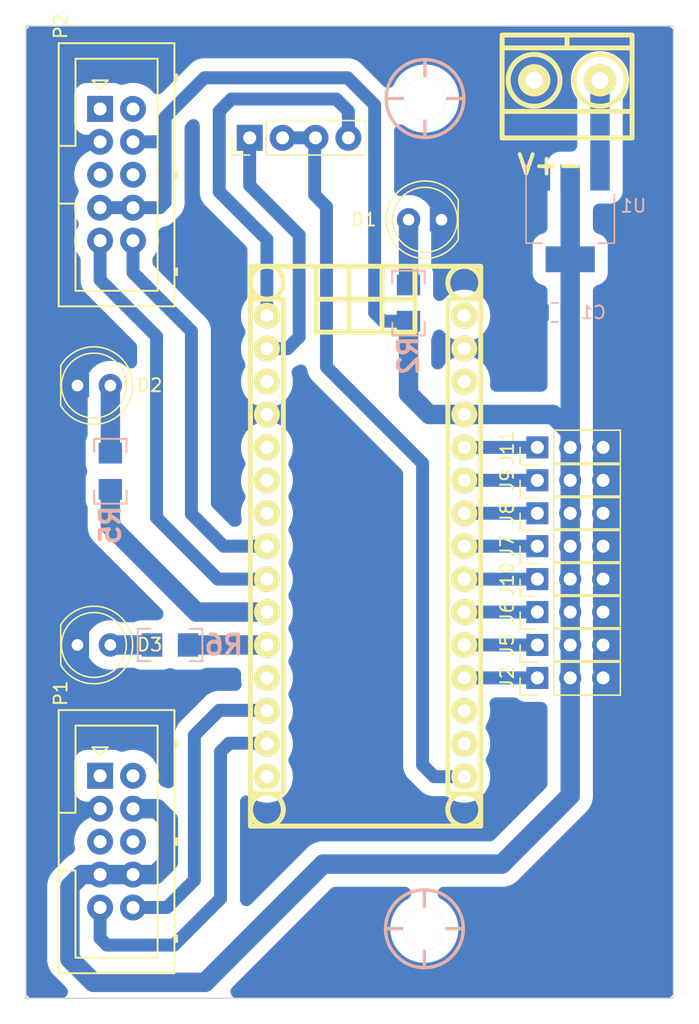
<source format=kicad_pcb>
(kicad_pcb (version 20221018) (generator pcbnew)
  (layers (0 "F.Cu" signal) (31 "B.Cu" signal) (34 "B.Paste" user) (35 "F.Paste" user) (36 "B.SilkS" user "B.Silkscreen") (37 "F.SilkS" user "F.Silkscreen") (38 "B.Mask" user) (39 "F.Mask" user) (44 "Edge.Cuts" user))
  (net 0 "")
  (net 1 "+5V")
  (net 2 "GND")
  (net 4 "Net-(D1-A)")
  (net 5 "Net-(D2-A)")
  (net 6 "Net-(D3-A)")
  (net 7 "/Rx")
  (net 8 "/Tx")
  (net 9 "VCC")
  (net 10 "/M1A")
  (net 11 "/M1B")
  (net 12 "/M2B")
  (net 13 "/M2A")
  (net 14 "/LED_2")
  (net 15 "/LED_1")
  (net 28 "/DERE")
  (net 32 "/1")
  (net 33 "/2")
  (net 34 "/3")
  (net 35 "/4")
  (net 36 "/5")
  (net 37 "/6")
  (net 38 "/7")
  (net 39 "/8")
  (footprint "LED_THT:LED_D5.0mm" (layer "F.Cu") (at 182.98 87.74)
    (fp_text reference "D2" (at 5.58 -0.02) (layer "F.SilkS"))
    (fp_text value "LED")
    (fp_line (start -1.29 -1.545) (end -1.29 1.545) (stroke (width 0.12)) (layer "F.SilkS"))
    (fp_arc (start -1.29 -1.54483) (mid 2.072002 -2.880433) (end 4.26 0.000462) (stroke (width 0.12)) (layer "F.SilkS"))
    (fp_arc (start 4.26 -0.000462) (mid 2.072002 2.880433) (end -1.29 1.54483) (stroke (width 0.12)) (layer "F.SilkS"))
    (fp_circle (center 1.27 0) (end 3.77 0) (stroke (width 0.12)) (fill none) (layer "F.SilkS"))
    (pad "1" thru_hole rect (at 0 0) (size 1.8 1.8) (drill 0.9) (layers "*.Cu" "*.Mask") (net 2 "GND"))
    (pad "2" thru_hole circle (at 2.54 0) (size 1.8 1.8) (drill 0.9) (layers "*.Cu" "*.Mask") (net 5 "Net-(D2-A)"))
  )
  (footprint "LED_THT:LED_D5.0mm" (layer "F.Cu") (at 182.98 107.75)
    (fp_text reference "D3" (at 5.58 -0.02) (layer "F.SilkS"))
    (fp_text value "LED")
    (fp_line (start -1.29 -1.545) (end -1.29 1.545) (stroke (width 0.12)) (layer "F.SilkS"))
    (fp_arc (start -1.29 -1.54483) (mid 2.072002 -2.880433) (end 4.26 0.000462) (stroke (width 0.12)) (layer "F.SilkS"))
    (fp_arc (start 4.26 -0.000462) (mid 2.072002 2.880433) (end -1.29 1.54483) (stroke (width 0.12)) (layer "F.SilkS"))
    (fp_circle (center 1.27 0) (end 3.77 0) (stroke (width 0.12)) (fill none) (layer "F.SilkS"))
    (pad "1" thru_hole rect (at 0 0) (size 1.8 1.8) (drill 0.9) (layers "*.Cu" "*.Mask") (net 2 "GND"))
    (pad "2" thru_hole circle (at 2.54 0) (size 1.8 1.8) (drill 0.9) (layers "*.Cu" "*.Mask") (net 6 "Net-(D3-A)"))
  )
  (footprint "Connector_PinHeader_2.54mm:PinHeader_1x03_P2.54mm_Vertical" (layer "F.Cu") (at 218.49 92.51 90)
    (fp_text reference "J11" (at 0 -2.33 90) (layer "F.SilkS"))
    (fp_text value "Conn")
    (fp_line (start -1.33 -1.33) (end 0 -1.33) (stroke (width 0.12)) (layer "F.SilkS"))
    (fp_line (start -1.33 0) (end -1.33 -1.33) (stroke (width 0.12)) (layer "F.SilkS"))
    (fp_line (start -1.33 1.27) (end -1.33 6.41) (stroke (width 0.12)) (layer "F.SilkS"))
    (fp_line (start -1.33 1.27) (end 1.33 1.27) (stroke (width 0.12)) (layer "F.SilkS"))
    (fp_line (start -1.33 6.41) (end 1.33 6.41) (stroke (width 0.12)) (layer "F.SilkS"))
    (fp_line (start 1.33 1.27) (end 1.33 6.41) (stroke (width 0.12)) (layer "F.SilkS"))
    (pad "1" thru_hole rect (at 0 0 90) (size 1.7 1.7) (drill 1) (layers "*.Cu" "*.Mask") (net 39 "/8"))
    (pad "2" thru_hole oval (at 0 2.54 90) (size 1.7 1.7) (drill 1) (layers "*.Cu" "*.Mask") (net 1 "+5V"))
    (pad "3" thru_hole oval (at 0 5.08 90) (size 1.7 1.7) (drill 1) (layers "*.Cu" "*.Mask") (net 2 "GND"))
  )
  (footprint "Connector_PinHeader_2.54mm:PinHeader_1x03_P2.54mm_Vertical" (layer "F.Cu") (at 218.49 95.05 90)
    (fp_text reference "J9" (at 0 -2.33 90) (layer "F.SilkS"))
    (fp_text value "Conn")
    (fp_line (start -1.33 -1.33) (end 0 -1.33) (stroke (width 0.12)) (layer "F.SilkS"))
    (fp_line (start -1.33 0) (end -1.33 -1.33) (stroke (width 0.12)) (layer "F.SilkS"))
    (fp_line (start -1.33 1.27) (end -1.33 6.41) (stroke (width 0.12)) (layer "F.SilkS"))
    (fp_line (start -1.33 1.27) (end 1.33 1.27) (stroke (width 0.12)) (layer "F.SilkS"))
    (fp_line (start -1.33 6.41) (end 1.33 6.41) (stroke (width 0.12)) (layer "F.SilkS"))
    (fp_line (start 1.33 1.27) (end 1.33 6.41) (stroke (width 0.12)) (layer "F.SilkS"))
    (pad "1" thru_hole rect (at 0 0 90) (size 1.7 1.7) (drill 1) (layers "*.Cu" "*.Mask") (net 38 "/7"))
    (pad "2" thru_hole oval (at 0 2.54 90) (size 1.7 1.7) (drill 1) (layers "*.Cu" "*.Mask") (net 1 "+5V"))
    (pad "3" thru_hole oval (at 0 5.08 90) (size 1.7 1.7) (drill 1) (layers "*.Cu" "*.Mask") (net 2 "GND"))
  )
  (footprint "Connector_PinHeader_2.54mm:PinHeader_1x03_P2.54mm_Vertical" (layer "F.Cu") (at 218.49 107.75 90)
    (fp_text reference "J5" (at 0 -2.33 90) (layer "F.SilkS"))
    (fp_text value "Conn")
    (fp_line (start -1.33 -1.33) (end 0 -1.33) (stroke (width 0.12)) (layer "F.SilkS"))
    (fp_line (start -1.33 0) (end -1.33 -1.33) (stroke (width 0.12)) (layer "F.SilkS"))
    (fp_line (start -1.33 1.27) (end -1.33 6.41) (stroke (width 0.12)) (layer "F.SilkS"))
    (fp_line (start -1.33 1.27) (end 1.33 1.27) (stroke (width 0.12)) (layer "F.SilkS"))
    (fp_line (start -1.33 6.41) (end 1.33 6.41) (stroke (width 0.12)) (layer "F.SilkS"))
    (fp_line (start 1.33 1.27) (end 1.33 6.41) (stroke (width 0.12)) (layer "F.SilkS"))
    (pad "1" thru_hole rect (at 0 0 90) (size 1.7 1.7) (drill 1) (layers "*.Cu" "*.Mask") (net 33 "/2"))
    (pad "2" thru_hole oval (at 0 2.54 90) (size 1.7 1.7) (drill 1) (layers "*.Cu" "*.Mask") (net 1 "+5V"))
    (pad "3" thru_hole oval (at 0 5.08 90) (size 1.7 1.7) (drill 1) (layers "*.Cu" "*.Mask") (net 2 "GND"))
  )
  (footprint "EESTN5-v2:Header_2x05x2.54mm_Vertical" (layer "F.Cu") (at 186 71.48 -90)
    (fp_text reference "P2" (at -11.44 4.315 -270) (layer "F.SilkS"))
    (fp_text value "HEADER_02X05")
    (fp_line (start -10.15 -4.47) (end 10.15 -4.47) (stroke (width 0.15)) (layer "F.SilkS"))
    (fp_line (start -10.15 4.47) (end -10.15 -4.47) (stroke (width 0.15)) (layer "F.SilkS"))
    (fp_line (start -8.95 -3.17) (end 8.95 -3.17) (stroke (width 0.15)) (layer "F.SilkS"))
    (fp_line (start -8.95 3.17) (end -8.95 -3.17) (stroke (width 0.15)) (layer "F.SilkS"))
    (fp_line (start -7.73 -4.67) (end -7.23 -4.67) (stroke (width 0.15)) (layer "F.SilkS"))
    (fp_line (start -7.73 -4.57) (end -7.23 -4.57) (stroke (width 0.15)) (layer "F.SilkS"))
    (fp_line (start -7.73 -4.47) (end -7.73 -4.67) (stroke (width 0.15)) (layer "F.SilkS"))
    (fp_line (start -7.28 0.67) (end -6.68 1.27) (stroke (width 0.15)) (layer "F.SilkS"))
    (fp_line (start -7.28 1.87) (end -7.28 0.67) (stroke (width 0.15)) (layer "F.SilkS"))
    (fp_line (start -7.23 -4.67) (end -7.23 -4.47) (stroke (width 0.15)) (layer "F.SilkS"))
    (fp_line (start -6.68 1.27) (end -7.28 1.87) (stroke (width 0.15)) (layer "F.SilkS"))
    (fp_line (start -2.225 3.17) (end -8.95 3.17) (stroke (width 0.15)) (layer "F.SilkS"))
    (fp_line (start -2.225 4.47) (end -2.225 3.17) (stroke (width 0.15)) (layer "F.SilkS"))
    (fp_line (start -0.25 -4.67) (end 0.25 -4.67) (stroke (width 0.15)) (layer "F.SilkS"))
    (fp_line (start -0.25 -4.57) (end 0.25 -4.57) (stroke (width 0.15)) (layer "F.SilkS"))
    (fp_line (start -0.25 -4.47) (end -0.25 -4.67) (stroke (width 0.15)) (layer "F.SilkS"))
    (fp_line (start 0.25 -4.67) (end 0.25 -4.47) (stroke (width 0.15)) (layer "F.SilkS"))
    (fp_line (start 2.225 3.17) (end 2.225 4.47) (stroke (width 0.15)) (layer "F.SilkS"))
    (fp_line (start 7.23 -4.67) (end 7.73 -4.67) (stroke (width 0.15)) (layer "F.SilkS"))
    (fp_line (start 7.23 -4.57) (end 7.73 -4.57) (stroke (width 0.15)) (layer "F.SilkS"))
    (fp_line (start 7.23 -4.47) (end 7.23 -4.67) (stroke (width 0.15)) (layer "F.SilkS"))
    (fp_line (start 7.73 -4.67) (end 7.73 -4.47) (stroke (width 0.15)) (layer "F.SilkS"))
    (fp_line (start 8.95 -3.17) (end 8.95 3.17) (stroke (width 0.15)) (layer "F.SilkS"))
    (fp_line (start 8.95 3.17) (end 2.225 3.17) (stroke (width 0.15)) (layer "F.SilkS"))
    (fp_line (start 10.15 -4.47) (end 10.15 4.47) (stroke (width 0.15)) (layer "F.SilkS"))
    (fp_line (start 10.15 4.47) (end -10.15 4.47) (stroke (width 0.15)) (layer "F.SilkS"))
    (pad "1" thru_hole rect (at -5.08 1.27 270) (size 2 2) (drill 1) (layers "*.Cu" "*.Mask"))
    (pad "2" thru_hole circle (at -5.08 -1.27 270) (size 2 2) (drill 1) (layers "*.Cu" "*.Mask"))
    (pad "3" thru_hole circle (at -2.54 1.27 270) (size 2 2) (drill 1) (layers "*.Cu" "*.Mask") (net 2 "GND"))
    (pad "4" thru_hole circle (at -2.54 -1.27 270) (size 2 2) (drill 1) (layers "*.Cu" "*.Mask") (net 1 "+5V"))
    (pad "5" thru_hole circle (at 0 1.27 270) (size 2 2) (drill 1) (layers "*.Cu" "*.Mask"))
    (pad "6" thru_hole circle (at 0 -1.27 270) (size 2 2) (drill 1) (layers "*.Cu" "*.Mask"))
    (pad "7" thru_hole circle (at 2.54 1.27 270) (size 2 2) (drill 1) (layers "*.Cu" "*.Mask") (net 1 "+5V"))
    (pad "8" thru_hole circle (at 2.54 -1.27 270) (size 2 2) (drill 1) (layers "*.Cu" "*.Mask") (net 1 "+5V"))
    (pad "9" thru_hole circle (at 5.08 1.27 270) (size 2 2) (drill 1) (layers "*.Cu" "*.Mask") (net 12 "/M2B"))
    (pad "10" thru_hole circle (at 5.08 -1.27 270) (size 2 2) (drill 1) (layers "*.Cu" "*.Mask") (net 13 "/M2A"))
  )
  (footprint "Connector_PinHeader_2.54mm:PinHeader_1x03_P2.54mm_Vertical" (layer "F.Cu") (at 218.49 110.29 90)
    (fp_text reference "J2" (at 0 -2.33 90) (layer "F.SilkS"))
    (fp_text value "Conn")
    (fp_line (start -1.33 -1.33) (end 0 -1.33) (stroke (width 0.12)) (layer "F.SilkS"))
    (fp_line (start -1.33 0) (end -1.33 -1.33) (stroke (width 0.12)) (layer "F.SilkS"))
    (fp_line (start -1.33 1.27) (end -1.33 6.41) (stroke (width 0.12)) (layer "F.SilkS"))
    (fp_line (start -1.33 1.27) (end 1.33 1.27) (stroke (width 0.12)) (layer "F.SilkS"))
    (fp_line (start -1.33 6.41) (end 1.33 6.41) (stroke (width 0.12)) (layer "F.SilkS"))
    (fp_line (start 1.33 1.27) (end 1.33 6.41) (stroke (width 0.12)) (layer "F.SilkS"))
    (pad "1" thru_hole rect (at 0 0 90) (size 1.7 1.7) (drill 1) (layers "*.Cu" "*.Mask") (net 32 "/1"))
    (pad "2" thru_hole oval (at 0 2.54 90) (size 1.7 1.7) (drill 1) (layers "*.Cu" "*.Mask") (net 1 "+5V"))
    (pad "3" thru_hole oval (at 0 5.08 90) (size 1.7 1.7) (drill 1) (layers "*.Cu" "*.Mask") (net 2 "GND"))
  )
  (footprint "EESTN5-v2:arduino_nano_header" (layer "F.Cu") (at 205.23 100.13 -90)
    (fp_text reference "J4" hide)
    (fp_text value "Arduino_Nano_Header" hide)
    (fp_line (start -21.59 -3.81) (end -16.51 -3.81) (stroke (width 0.381)) (layer "F.SilkS"))
    (fp_line (start -21.59 8.89) (end -21.59 -8.89) (stroke (width 0.381)) (layer "F.SilkS"))
    (fp_line (start -21.59 8.89) (end 21.59 8.89) (stroke (width 0.381)) (layer "F.SilkS"))
    (fp_line (start -19.05 -8.89) (end -19.05 -6.35) (stroke (width 0.381)) (layer "F.SilkS"))
    (fp_line (start -19.05 -3.81) (end -19.05 3.81) (stroke (width 0.381)) (layer "F.SilkS"))
    (fp_line (start -19.05 6.35) (end 19.05 6.35) (stroke (width 0.381)) (layer "F.SilkS"))
    (fp_line (start -19.05 8.89) (end -19.05 6.35) (stroke (width 0.381)) (layer "F.SilkS"))
    (fp_line (start -16.51 -3.81) (end -16.51 3.81) (stroke (width 0.381)) (layer "F.SilkS"))
    (fp_line (start -16.51 -1.27) (end -21.59 -1.27) (stroke (width 0.381)) (layer "F.SilkS"))
    (fp_line (start -16.51 1.27) (end -21.59 1.27) (stroke (width 0.381)) (layer "F.SilkS"))
    (fp_line (start -16.51 3.81) (end -21.59 3.81) (stroke (width 0.381)) (layer "F.SilkS"))
    (fp_line (start 19.05 -6.35) (end -19.05 -6.35) (stroke (width 0.381)) (layer "F.SilkS"))
    (fp_line (start 19.05 -6.35) (end 19.05 -8.89) (stroke (width 0.381)) (layer "F.SilkS"))
    (fp_line (start 19.05 8.89) (end 19.05 6.35) (stroke (width 0.381)) (layer "F.SilkS"))
    (fp_line (start 21.59 -8.89) (end -21.59 -8.89) (stroke (width 0.381)) (layer "F.SilkS"))
    (fp_line (start 21.59 8.89) (end 21.59 -8.89) (stroke (width 0.381)) (layer "F.SilkS"))
    (fp_circle (center -20.32 -7.62) (end -21.59 -7.62) (stroke (width 0.381)) (fill none) (layer "F.SilkS"))
    (fp_circle (center -20.32 7.62) (end -21.59 7.62) (stroke (width 0.381)) (fill none) (layer "F.SilkS"))
    (fp_circle (center 20.32 -7.62) (end 21.59 -7.62) (stroke (width 0.381)) (fill none) (layer "F.SilkS"))
    (fp_circle (center 20.32 7.62) (end 21.59 7.62) (stroke (width 0.381)) (fill none) (layer "F.SilkS"))
    (pad "1" thru_hole oval (at -17.78 7.62 270) (size 2 2) (drill 0.99822) (layers "*.Cu" "*.Mask" "F.SilkS") (net 8 "/Tx"))
    (pad "2" thru_hole oval (at -15.24 7.62 270) (size 2 2) (drill 0.99822) (layers "*.Cu" "*.Mask" "F.SilkS") (net 7 "/Rx"))
    (pad "3" thru_hole oval (at -12.7 7.62 270) (size 2 2) (drill 0.99822) (layers "*.Cu" "*.Mask" "F.SilkS"))
    (pad "4" thru_hole oval (at -10.16 7.62 270) (size 2 2) (drill 0.99822) (layers "*.Cu" "*.Mask" "F.SilkS") (net 2 "GND"))
    (pad "5" thru_hole oval (at -7.62 7.62 270) (size 2 2) (drill 0.99822) (layers "*.Cu" "*.Mask" "F.SilkS"))
    (pad "6" thru_hole oval (at -5.08 7.62 270) (size 2 2) (drill 0.99822) (layers "*.Cu" "*.Mask" "F.SilkS"))
    (pad "7" thru_hole oval (at -2.54 7.62 270) (size 2 2) (drill 0.99822) (layers "*.Cu" "*.Mask" "F.SilkS"))
    (pad "8" thru_hole oval (at 0 7.62 270) (size 2 2) (drill 0.99822) (layers "*.Cu" "*.Mask" "F.SilkS") (net 13 "/M2A"))
    (pad "9" thru_hole oval (at 2.54 7.62 270) (size 2 2) (drill 0.99822) (layers "*.Cu" "*.Mask" "F.SilkS") (net 12 "/M2B"))
    (pad "10" thru_hole oval (at 5.08 7.62 270) (size 2 2) (drill 0.99822) (layers "*.Cu" "*.Mask" "F.SilkS") (net 14 "/LED_2"))
    (pad "11" thru_hole oval (at 7.62 7.62 270) (size 2 2) (drill 0.99822) (layers "*.Cu" "*.Mask" "F.SilkS") (net 15 "/LED_1"))
    (pad "12" thru_hole oval (at 10.16 7.62 270) (size 2 2) (drill 0.99822) (layers "*.Cu" "*.Mask" "F.SilkS"))
    (pad "13" thru_hole oval (at 12.7 7.62 270) (size 2 2) (drill 0.99822) (layers "*.Cu" "*.Mask" "F.SilkS") (net 10 "/M1A"))
    (pad "14" thru_hole oval (at 15.24 7.62 270) (size 2 2) (drill 0.99822) (layers "*.Cu" "*.Mask" "F.SilkS") (net 11 "/M1B"))
    (pad "15" thru_hole oval (at 17.78 7.62 270) (size 2 2) (drill 0.99822) (layers "*.Cu" "*.Mask" "F.SilkS"))
    (pad "16" thru_hole oval (at 17.78 -7.62 270) (size 2 2) (drill 0.99822) (layers "*.Cu" "*.Mask" "F.SilkS") (net 28 "/DERE"))
    (pad "17" thru_hole oval (at 15.24 -7.62 270) (size 2 2) (drill 0.99822) (layers "*.Cu" "*.Mask" "F.SilkS"))
    (pad "18" thru_hole oval (at 12.7 -7.62 270) (size 2 2) (drill 0.99822) (layers "*.Cu" "*.Mask" "F.SilkS"))
    (pad "19" thru_hole oval (at 10.16 -7.62 270) (size 2 2) (drill 0.99822) (layers "*.Cu" "*.Mask" "F.SilkS") (net 32 "/1"))
    (pad "20" thru_hole oval (at 7.62 -7.62 270) (size 2 2) (drill 0.99822) (layers "*.Cu" "*.Mask" "F.SilkS") (net 33 "/2"))
    (pad "21" thru_hole oval (at 5.08 -7.62 270) (size 2 2) (drill 0.99822) (layers "*.Cu" "*.Mask" "F.SilkS") (net 34 "/3"))
    (pad "22" thru_hole oval (at 2.54 -7.62 270) (size 2 2) (drill 0.99822) (layers "*.Cu" "*.Mask" "F.SilkS") (net 35 "/4"))
    (pad "23" thru_hole oval (at 0 -7.62 270) (size 2 2) (drill 0.99822) (layers "*.Cu" "*.Mask" "F.SilkS") (net 36 "/5"))
    (pad "24" thru_hole oval (at -2.54 -7.62 270) (size 2 2) (drill 0.99822) (layers "*.Cu" "*.Mask" "F.SilkS") (net 37 "/6"))
    (pad "25" thru_hole oval (at -5.08 -7.62 270) (size 2 2) (drill 0.99822) (layers "*.Cu" "*.Mask" "F.SilkS") (net 38 "/7"))
    (pad "26" thru_hole oval (at -7.62 -7.62 270) (size 2 2) (drill 0.99822) (layers "*.Cu" "*.Mask" "F.SilkS") (net 39 "/8"))
    (pad "27" thru_hole oval (at -10.16 -7.62 270) (size 2 2) (drill 0.99822) (layers "*.Cu" "*.Mask" "F.SilkS") (net 1 "+5V"))
    (pad "28" thru_hole oval (at -12.7 -7.62 270) (size 2 2) (drill 0.99822) (layers "*.Cu" "*.Mask" "F.SilkS"))
    (pad "29" thru_hole oval (at -15.24 -7.62 270) (size 2 2) (drill 0.99822) (layers "*.Cu" "*.Mask" "F.SilkS") (net 2 "GND"))
    (pad "30" thru_hole oval (at -17.78 -7.62 270) (size 2 2) (drill 0.99822) (layers "*.Cu" "*.Mask" "F.SilkS"))
  )
  (footprint "Connector_PinHeader_2.54mm:PinHeader_1x03_P2.54mm_Vertical" (layer "F.Cu") (at 218.49 102.67 90)
    (fp_text reference "J10" (at 0 -2.33 90) (layer "F.SilkS"))
    (fp_text value "Conn")
    (fp_line (start -1.33 -1.33) (end 0 -1.33) (stroke (width 0.12)) (layer "F.SilkS"))
    (fp_line (start -1.33 0) (end -1.33 -1.33) (stroke (width 0.12)) (layer "F.SilkS"))
    (fp_line (start -1.33 1.27) (end -1.33 6.41) (stroke (width 0.12)) (layer "F.SilkS"))
    (fp_line (start -1.33 1.27) (end 1.33 1.27) (stroke (width 0.12)) (layer "F.SilkS"))
    (fp_line (start -1.33 6.41) (end 1.33 6.41) (stroke (width 0.12)) (layer "F.SilkS"))
    (fp_line (start 1.33 1.27) (end 1.33 6.41) (stroke (width 0.12)) (layer "F.SilkS"))
    (pad "1" thru_hole rect (at 0 0 90) (size 1.7 1.7) (drill 1) (layers "*.Cu" "*.Mask") (net 35 "/4"))
    (pad "2" thru_hole oval (at 0 2.54 90) (size 1.7 1.7) (drill 1) (layers "*.Cu" "*.Mask") (net 1 "+5V"))
    (pad "3" thru_hole oval (at 0 5.08 90) (size 1.7 1.7) (drill 1) (layers "*.Cu" "*.Mask") (net 2 "GND"))
  )
  (footprint "EESTN5-v2:BORNERA2_AZUL" (layer "F.Cu") (at 220.79 64.194 180)
    (fp_text reference "J1" hide)
    (fp_text value "V+-" (at 1.3 -6.52) (layer "F.SilkS") (effects (font (size 1.5 1.5) (thickness 0.3))))
    (fp_line (start -5.0165 -4.445) (end -5.0165 3.4925) (stroke (width 0.381)) (layer "F.SilkS"))
    (fp_line (start -5 -2.4) (end 5 -2.4) (stroke (width 0.381)) (layer "F.SilkS"))
    (fp_line (start -5 2.5) (end 5 2.5) (stroke (width 0.381)) (layer "F.SilkS"))
    (fp_line (start -4.9835 3.4925) (end 5.0165 3.4925) (stroke (width 0.381)) (layer "F.SilkS"))
    (fp_line (start 0 2.54) (end 0 3.4845) (stroke (width 0.381)) (layer "F.SilkS"))
    (fp_line (start 5.0165 -4.445) (end -4.9835 -4.445) (stroke (width 0.381)) (layer "F.SilkS"))
    (fp_line (start 5.0165 3.4925) (end 5.0165 -4.445) (stroke (width 0.381)) (layer "F.SilkS"))
    (fp_circle (center -2.55 0) (end -0.55 0) (stroke (width 0.381)) (fill none) (layer "F.SilkS"))
    (fp_circle (center 2.55 0) (end 0.55 0) (stroke (width 0.381)) (fill none) (layer "F.SilkS"))
    (pad "1" thru_hole circle (at -2.54 0 180) (size 2.5 2.5) (drill 1.3) (layers "*.Cu" "*.Mask" "F.SilkS") (net 9 "VCC"))
    (pad "2" thru_hole circle (at 2.54 0 180) (size 2.5 2.5) (drill 1.3) (layers "*.Cu" "*.Mask" "F.SilkS") (net 2 "GND"))
  )
  (footprint "EESTN5-v2:Separador_M3_5mm" (layer "F.Cu") (at 209.815 65.6 90)
    (fp_text reference "H2" hide)
    (fp_text value "Mounting_Hole" hide)
    (fp_line (start -3 0) (end 3 0) (stroke (width 0.254)) (layer "B.SilkS"))
    (fp_line (start 0 -3) (end 0 3) (stroke (width 0.254)) (layer "B.SilkS"))
    (fp_circle (center 0 0) (end 3 0) (stroke (width 0.254)) (fill none) (layer "B.SilkS"))
    (fp_line (start -3 0) (end 3 0) (stroke (width 0.254)) (layer "F.SilkS"))
    (fp_line (start 0 -3) (end 0 3) (stroke (width 0.254)) (layer "F.SilkS"))
    (fp_circle (center 0 0) (end 3 0) (stroke (width 0.254)) (fill none) (layer "F.SilkS"))
    (pad "1" thru_hole circle (at 0 0 90) (size 3.25 3.25) (drill 3.25) (layers "*.Cu" "F.SilkS"))
  )
  (footprint "Connector_PinHeader_2.54mm:PinHeader_1x03_P2.54mm_Vertical" (layer "F.Cu") (at 218.49 105.21 90)
    (fp_text reference "J6" (at 0 -2.33 90) (layer "F.SilkS"))
    (fp_text value "Conn")
    (fp_line (start -1.33 -1.33) (end 0 -1.33) (stroke (width 0.12)) (layer "F.SilkS"))
    (fp_line (start -1.33 0) (end -1.33 -1.33) (stroke (width 0.12)) (layer "F.SilkS"))
    (fp_line (start -1.33 1.27) (end -1.33 6.41) (stroke (width 0.12)) (layer "F.SilkS"))
    (fp_line (start -1.33 1.27) (end 1.33 1.27) (stroke (width 0.12)) (layer "F.SilkS"))
    (fp_line (start -1.33 6.41) (end 1.33 6.41) (stroke (width 0.12)) (layer "F.SilkS"))
    (fp_line (start 1.33 1.27) (end 1.33 6.41) (stroke (width 0.12)) (layer "F.SilkS"))
    (pad "1" thru_hole rect (at 0 0 90) (size 1.7 1.7) (drill 1) (layers "*.Cu" "*.Mask") (net 34 "/3"))
    (pad "2" thru_hole oval (at 0 2.54 90) (size 1.7 1.7) (drill 1) (layers "*.Cu" "*.Mask") (net 1 "+5V"))
    (pad "3" thru_hole oval (at 0 5.08 90) (size 1.7 1.7) (drill 1) (layers "*.Cu" "*.Mask") (net 2 "GND"))
  )
  (footprint "EESTN5-v2:Header_2x05x2.54mm_Vertical" (layer "F.Cu") (at 186 122.92 -90)
    (fp_text reference "P1" (at -11.44 4.315 -270) (layer "F.SilkS"))
    (fp_text value "HEADER_02X05")
    (fp_line (start -10.15 -4.47) (end 10.15 -4.47) (stroke (width 0.15)) (layer "F.SilkS"))
    (fp_line (start -10.15 4.47) (end -10.15 -4.47) (stroke (width 0.15)) (layer "F.SilkS"))
    (fp_line (start -8.95 -3.17) (end 8.95 -3.17) (stroke (width 0.15)) (layer "F.SilkS"))
    (fp_line (start -8.95 3.17) (end -8.95 -3.17) (stroke (width 0.15)) (layer "F.SilkS"))
    (fp_line (start -7.73 -4.67) (end -7.23 -4.67) (stroke (width 0.15)) (layer "F.SilkS"))
    (fp_line (start -7.73 -4.57) (end -7.23 -4.57) (stroke (width 0.15)) (layer "F.SilkS"))
    (fp_line (start -7.73 -4.47) (end -7.73 -4.67) (stroke (width 0.15)) (layer "F.SilkS"))
    (fp_line (start -7.28 0.67) (end -6.68 1.27) (stroke (width 0.15)) (layer "F.SilkS"))
    (fp_line (start -7.28 1.87) (end -7.28 0.67) (stroke (width 0.15)) (layer "F.SilkS"))
    (fp_line (start -7.23 -4.67) (end -7.23 -4.47) (stroke (width 0.15)) (layer "F.SilkS"))
    (fp_line (start -6.68 1.27) (end -7.28 1.87) (stroke (width 0.15)) (layer "F.SilkS"))
    (fp_line (start -2.225 3.17) (end -8.95 3.17) (stroke (width 0.15)) (layer "F.SilkS"))
    (fp_line (start -2.225 4.47) (end -2.225 3.17) (stroke (width 0.15)) (layer "F.SilkS"))
    (fp_line (start -0.25 -4.67) (end 0.25 -4.67) (stroke (width 0.15)) (layer "F.SilkS"))
    (fp_line (start -0.25 -4.57) (end 0.25 -4.57) (stroke (width 0.15)) (layer "F.SilkS"))
    (fp_line (start -0.25 -4.47) (end -0.25 -4.67) (stroke (width 0.15)) (layer "F.SilkS"))
    (fp_line (start 0.25 -4.67) (end 0.25 -4.47) (stroke (width 0.15)) (layer "F.SilkS"))
    (fp_line (start 2.225 3.17) (end 2.225 4.47) (stroke (width 0.15)) (layer "F.SilkS"))
    (fp_line (start 7.23 -4.67) (end 7.73 -4.67) (stroke (width 0.15)) (layer "F.SilkS"))
    (fp_line (start 7.23 -4.57) (end 7.73 -4.57) (stroke (width 0.15)) (layer "F.SilkS"))
    (fp_line (start 7.23 -4.47) (end 7.23 -4.67) (stroke (width 0.15)) (layer "F.SilkS"))
    (fp_line (start 7.73 -4.67) (end 7.73 -4.47) (stroke (width 0.15)) (layer "F.SilkS"))
    (fp_line (start 8.95 -3.17) (end 8.95 3.17) (stroke (width 0.15)) (layer "F.SilkS"))
    (fp_line (start 8.95 3.17) (end 2.225 3.17) (stroke (width 0.15)) (layer "F.SilkS"))
    (fp_line (start 10.15 -4.47) (end 10.15 4.47) (stroke (width 0.15)) (layer "F.SilkS"))
    (fp_line (start 10.15 4.47) (end -10.15 4.47) (stroke (width 0.15)) (layer "F.SilkS"))
    (pad "1" thru_hole rect (at -5.08 1.27 270) (size 2 2) (drill 1) (layers "*.Cu" "*.Mask"))
    (pad "2" thru_hole circle (at -5.08 -1.27 270) (size 2 2) (drill 1) (layers "*.Cu" "*.Mask"))
    (pad "3" thru_hole circle (at -2.54 1.27 270) (size 2 2) (drill 1) (layers "*.Cu" "*.Mask") (net 2 "GND"))
    (pad "4" thru_hole circle (at -2.54 -1.27 270) (size 2 2) (drill 1) (layers "*.Cu" "*.Mask") (net 1 "+5V"))
    (pad "5" thru_hole circle (at 0 1.27 270) (size 2 2) (drill 1) (layers "*.Cu" "*.Mask"))
    (pad "6" thru_hole circle (at 0 -1.27 270) (size 2 2) (drill 1) (layers "*.Cu" "*.Mask"))
    (pad "7" thru_hole circle (at 2.54 1.27 270) (size 2 2) (drill 1) (layers "*.Cu" "*.Mask") (net 1 "+5V"))
    (pad "8" thru_hole circle (at 2.54 -1.27 270) (size 2 2) (drill 1) (layers "*.Cu" "*.Mask") (net 1 "+5V"))
    (pad "9" thru_hole circle (at 5.08 1.27 270) (size 2 2) (drill 1) (layers "*.Cu" "*.Mask") (net 11 "/M1B"))
    (pad "10" thru_hole circle (at 5.08 -1.27 270) (size 2 2) (drill 1) (layers "*.Cu" "*.Mask") (net 10 "/M1A"))
  )
  (footprint "EESTN5-v2:Separador_M3_5mm" (layer "F.Cu") (at 209.77 129.64 90)
    (fp_text reference "H1" hide)
    (fp_text value "Mounting_Hole" hide)
    (fp_line (start -3 0) (end 3 0) (stroke (width 0.254)) (layer "B.SilkS"))
    (fp_line (start 0 -3) (end 0 3) (stroke (width 0.254)) (layer "B.SilkS"))
    (fp_circle (center 0 0) (end 3 0) (stroke (width 0.254)) (fill none) (layer "B.SilkS"))
    (fp_line (start -3 0) (end 3 0) (stroke (width 0.254)) (layer "F.SilkS"))
    (fp_line (start 0 -3) (end 0 3) (stroke (width 0.254)) (layer "F.SilkS"))
    (fp_circle (center 0 0) (end 3 0) (stroke (width 0.254)) (fill none) (layer "F.SilkS"))
    (pad "1" thru_hole circle (at 0 0 90) (size 3.25 3.25) (drill 3.25) (layers "*.Cu" "F.SilkS"))
  )
  (footprint "Connector_PinHeader_2.54mm:PinHeader_1x04_P2.54mm_Vertical" (layer "F.Cu") (at 196.28 68.63 90)
    (fp_text reference "J3" hide)
    (fp_text value "RS485")
    (fp_line (start -1.33 -1.33) (end 0 -1.33) (stroke (width 0.12)) (layer "F.SilkS"))
    (fp_line (start -1.33 0) (end -1.33 -1.33) (stroke (width 0.12)) (layer "F.SilkS"))
    (fp_line (start -1.33 1.27) (end -1.33 8.95) (stroke (width 0.12)) (layer "F.SilkS"))
    (fp_line (start -1.33 1.27) (end 1.33 1.27) (stroke (width 0.12)) (layer "F.SilkS"))
    (fp_line (start -1.33 8.95) (end 1.33 8.95) (stroke (width 0.12)) (layer "F.SilkS"))
    (fp_line (start 1.33 1.27) (end 1.33 8.95) (stroke (width 0.12)) (layer "F.SilkS"))
    (pad "1" thru_hole rect (at 0 0 90) (size 2 2) (drill 1) (layers "*.Cu" "*.Mask") (net 7 "/Rx"))
    (pad "2" thru_hole oval (at 0 2.54 90) (size 2 2) (drill 1) (layers "*.Cu" "*.Mask") (net 28 "/DERE"))
    (pad "3" thru_hole oval (at 0 5.08 90) (size 2 2) (drill 1) (layers "*.Cu" "*.Mask") (net 28 "/DERE"))
    (pad "4" thru_hole oval (at 0 7.62 90) (size 2 2) (drill 1) (layers "*.Cu" "*.Mask") (net 8 "/Tx"))
  )
  (footprint "Connector_PinHeader_2.54mm:PinHeader_1x03_P2.54mm_Vertical" (layer "F.Cu") (at 218.49 97.59 90)
    (fp_text reference "J8" (at 0 -2.33 90) (layer "F.SilkS"))
    (fp_text value "Conn")
    (fp_line (start -1.33 -1.33) (end 0 -1.33) (stroke (width 0.12)) (layer "F.SilkS"))
    (fp_line (start -1.33 0) (end -1.33 -1.33) (stroke (width 0.12)) (layer "F.SilkS"))
    (fp_line (start -1.33 1.27) (end -1.33 6.41) (stroke (width 0.12)) (layer "F.SilkS"))
    (fp_line (start -1.33 1.27) (end 1.33 1.27) (stroke (width 0.12)) (layer "F.SilkS"))
    (fp_line (start -1.33 6.41) (end 1.33 6.41) (stroke (width 0.12)) (layer "F.SilkS"))
    (fp_line (start 1.33 1.27) (end 1.33 6.41) (stroke (width 0.12)) (layer "F.SilkS"))
    (pad "1" thru_hole rect (at 0 0 90) (size 1.7 1.7) (drill 1) (layers "*.Cu" "*.Mask") (net 37 "/6"))
    (pad "2" thru_hole oval (at 0 2.54 90) (size 1.7 1.7) (drill 1) (layers "*.Cu" "*.Mask") (net 1 "+5V"))
    (pad "3" thru_hole oval (at 0 5.08 90) (size 1.7 1.7) (drill 1) (layers "*.Cu" "*.Mask") (net 2 "GND"))
  )
  (footprint "Connector_PinHeader_2.54mm:PinHeader_1x03_P2.54mm_Vertical" (layer "F.Cu") (at 218.49 100.13 90)
    (fp_text reference "J7" (at 0 -2.33 90) (layer "F.SilkS"))
    (fp_text value "Conn")
    (fp_line (start -1.33 -1.33) (end 0 -1.33) (stroke (width 0.12)) (layer "F.SilkS"))
    (fp_line (start -1.33 0) (end -1.33 -1.33) (stroke (width 0.12)) (layer "F.SilkS"))
    (fp_line (start -1.33 1.27) (end -1.33 6.41) (stroke (width 0.12)) (layer "F.SilkS"))
    (fp_line (start -1.33 1.27) (end 1.33 1.27) (stroke (width 0.12)) (layer "F.SilkS"))
    (fp_line (start -1.33 6.41) (end 1.33 6.41) (stroke (width 0.12)) (layer "F.SilkS"))
    (fp_line (start 1.33 1.27) (end 1.33 6.41) (stroke (width 0.12)) (layer "F.SilkS"))
    (pad "1" thru_hole rect (at 0 0 90) (size 1.7 1.7) (drill 1) (layers "*.Cu" "*.Mask") (net 36 "/5"))
    (pad "2" thru_hole oval (at 0 2.54 90) (size 1.7 1.7) (drill 1) (layers "*.Cu" "*.Mask") (net 1 "+5V"))
    (pad "3" thru_hole oval (at 0 5.08 90) (size 1.7 1.7) (drill 1) (layers "*.Cu" "*.Mask") (net 2 "GND"))
  )
  (footprint "LED_THT:LED_D5.0mm" (layer "F.Cu") (at 211.09 74.95 180)
    (fp_text reference "D1" (at 6 0.01) (layer "F.SilkS"))
    (fp_text value "LED")
    (fp_line (start -1.29 -1.545) (end -1.29 1.545) (stroke (width 0.12)) (layer "F.SilkS"))
    (fp_arc (start -1.29 -1.54483) (mid 2.072002 -2.880433) (end 4.26 0.000462) (stroke (width 0.12)) (layer "F.SilkS"))
    (fp_arc (start 4.26 -0.000462) (mid 2.072002 2.880433) (end -1.29 1.54483) (stroke (width 0.12)) (layer "F.SilkS"))
    (fp_circle (center 1.27 0) (end 3.77 0) (stroke (width 0.12)) (fill none) (layer "F.SilkS"))
    (pad "1" thru_hole rect (at 0 0 180) (size 1.8 1.8) (drill 0.9) (layers "*.Cu" "*.Mask") (net 2 "GND"))
    (pad "2" thru_hole circle (at 2.54 0 180) (size 1.8 1.8) (drill 0.9) (layers "*.Cu" "*.Mask") (net 4 "Net-(D1-A)"))
  )
  (footprint "Capacitor_SMD:C_0805_2012Metric_Pad1.18x1.45mm_HandSolder" (layer "B.Cu") (at 219.83 82.1 180)
    (fp_text reference "C1" (at -2.9935 0) (layer "B.SilkS") (effects (justify mirror)))
    (fp_text value "1uF")
    (fp_line (start -0.261252 -0.735) (end 0.261252 -0.735) (stroke (width 0.12)) (layer "B.SilkS"))
    (fp_line (start -0.261252 0.735) (end 0.261252 0.735) (stroke (width 0.12)) (layer "B.SilkS"))
    (pad "1" smd roundrect (at -1.0375 0 180) (size 1.175 1.45) (layers "B.Cu" "B.Paste" "B.Mask") (roundrect_rratio 0.2127659574) (net 1 "+5V"))
    (pad "2" smd roundrect (at 1.0375 0 180) (size 1.175 1.45) (layers "B.Cu" "B.Paste" "B.Mask") (roundrect_rratio 0.2127659574) (net 2 "GND"))
  )
  (footprint "EESTN5-v2:R_1206" (layer "B.Cu") (at 208.545 81.38 90)
    (fp_text reference "R2" (at -4.053 0 90) (layer "B.SilkS") (effects (font (size 1.5 1.5) (thickness 0.3)) (justify mirror)))
    (fp_text value "1K" hide)
    (fp_line (start -2.5 -1.25) (end -1.5 -1.25) (stroke (width 0.15)) (layer "B.SilkS"))
    (fp_line (start -2.5 1.25) (end -2.5 -1.25) (stroke (width 0.15)) (layer "B.SilkS"))
    (fp_line (start -1.5 1.25) (end -2.5 1.25) (stroke (width 0.15)) (layer "B.SilkS"))
    (fp_line (start 1.5 -1.25) (end 2.5 -1.25) (stroke (width 0.15)) (layer "B.SilkS"))
    (fp_line (start 1.5 1.25) (end 2.5 1.25) (stroke (width 0.15)) (layer "B.SilkS"))
    (fp_line (start 2.5 -1.25) (end 2.5 1.25) (stroke (width 0.15)) (layer "B.SilkS"))
    (pad "1" smd rect (at 1.397 0 90) (size 1.6002 1.8034) (layers "B.Cu" "B.Paste" "B.Mask") (net 4 "Net-(D1-A)"))
    (pad "2" smd rect (at -1.397 0 90) (size 1.6002 1.8034) (layers "B.Cu" "B.Paste" "B.Mask") (net 1 "+5V"))
  )
  (footprint "EESTN5-v2:R_1206" (layer "B.Cu") (at 190.13 107.75)
    (fp_text reference "R6" (at 4.15 0) (layer "B.SilkS") (effects (font (size 1.5 1.5) (thickness 0.3)) (justify mirror)))
    (fp_text value "1K" hide)
    (fp_line (start -2.5 -1.25) (end -1.5 -1.25) (stroke (width 0.15)) (layer "B.SilkS"))
    (fp_line (start -2.5 1.25) (end -2.5 -1.25) (stroke (width 0.15)) (layer "B.SilkS"))
    (fp_line (start -1.5 1.25) (end -2.5 1.25) (stroke (width 0.15)) (layer "B.SilkS"))
    (fp_line (start 1.5 -1.25) (end 2.5 -1.25) (stroke (width 0.15)) (layer "B.SilkS"))
    (fp_line (start 1.5 1.25) (end 2.5 1.25) (stroke (width 0.15)) (layer "B.SilkS"))
    (fp_line (start 2.5 -1.25) (end 2.5 1.25) (stroke (width 0.15)) (layer "B.SilkS"))
    (pad "1" smd rect (at 1.397 0) (size 1.6002 1.8034) (layers "B.Cu" "B.Paste" "B.Mask") (net 15 "/LED_1"))
    (pad "2" smd rect (at -1.397 0) (size 1.6002 1.8034) (layers "B.Cu" "B.Paste" "B.Mask") (net 6 "Net-(D3-A)"))
  )
  (footprint "EESTN5-v2:R_1206" (layer "B.Cu") (at 185.52 94.35 -90)
    (fp_text reference "R5" (at 4.15 0 90) (layer "B.SilkS") (effects (font (size 1.5 1.5) (thickness 0.3)) (justify mirror)))
    (fp_text value "220" hide)
    (fp_line (start -2.5 -1.25) (end -1.5 -1.25) (stroke (width 0.15)) (layer "B.SilkS"))
    (fp_line (start -2.5 1.25) (end -2.5 -1.25) (stroke (width 0.15)) (layer "B.SilkS"))
    (fp_line (start -1.5 1.25) (end -2.5 1.25) (stroke (width 0.15)) (layer "B.SilkS"))
    (fp_line (start 1.5 -1.25) (end 2.5 -1.25) (stroke (width 0.15)) (layer "B.SilkS"))
    (fp_line (start 1.5 1.25) (end 2.5 1.25) (stroke (width 0.15)) (layer "B.SilkS"))
    (fp_line (start 2.5 -1.25) (end 2.5 1.25) (stroke (width 0.15)) (layer "B.SilkS"))
    (pad "1" smd rect (at 1.397 0 270) (size 1.6002 1.8034) (layers "B.Cu" "B.Paste" "B.Mask") (net 14 "/LED_2"))
    (pad "2" smd rect (at -1.397 0 270) (size 1.6002 1.8034) (layers "B.Cu" "B.Paste" "B.Mask") (net 5 "Net-(D2-A)"))
  )
  (footprint "Package_TO_SOT_SMD:SOT-223-3_TabPin2" (layer "B.Cu") (at 221.03 74.85 -90)
    (fp_text reference "U1" (at -0.97 -4.876) (layer "B.SilkS") (effects (justify mirror)))
    (fp_text value "AMS1117-5.0")
    (fp_line (start -4.1 3.41) (end 1.91 3.41) (stroke (width 0.12)) (layer "B.SilkS"))
    (fp_line (start -1.85 -3.41) (end 1.91 -3.41) (stroke (width 0.12)) (layer "B.SilkS"))
    (fp_line (start 1.91 -3.41) (end 1.91 -2.15) (stroke (width 0.12)) (layer "B.SilkS"))
    (fp_line (start 1.91 3.41) (end 1.91 2.15) (stroke (width 0.12)) (layer "B.SilkS"))
    (pad "1" smd rect (at -3.15 2.3 270) (size 2 1.5) (layers "B.Cu" "B.Paste" "B.Mask") (net 2 "GND"))
    (pad "2" smd rect (at -3.15 0 270) (size 2 1.5) (layers "B.Cu" "B.Paste" "B.Mask") (net 1 "+5V"))
    (pad "2" smd rect (at 3.15 0 270) (size 2 3.8) (layers "B.Cu" "B.Paste" "B.Mask") (net 1 "+5V"))
    (pad "3" smd rect (at -3.15 -2.3 270) (size 2 1.5) (layers "B.Cu" "B.Paste" "B.Mask") (net 9 "VCC"))
  )
  (gr_rect (start 179 60) (end 229 135) (stroke (width 0.1)) (fill none) (layer "Edge.Cuts"))
  (segment (start 184.73 74.02) (end 187.27 74.02) (width 1) (layer "B.Cu") (net 1))
  (segment (start 221.03 119.37) (end 221.03 110.29) (width 1.5) (layer "B.Cu") (net 1))
  (segment (start 221.03 107.75) (end 221.03 110.29) (width 1.5) (layer "B.Cu") (net 1))
  (segment (start 190 121.26) (end 189.12 120.38) (width 1.5) (layer "B.Cu") (net 1))
  (segment (start 221.03 102.67) (end 221.03 105.21) (width 1.5) (layer "B.Cu") (net 1))
  (segment (start 184.73 125.46) (end 183.32 125.46) (width 1.5) (layer "B.Cu") (net 1))
  (segment (start 219.98 78.02) (end 220 78) (width 1.5) (layer "B.Cu") (net 1))
  (segment (start 192.79 64) (end 203.84 64) (width 1) (layer "B.Cu") (net 1))
  (segment (start 219.692081 89.97) (end 221.03 91.307919) (width 1.5) (layer "B.Cu") (net 1))
  (segment (start 187.27 125.46) (end 189.01 125.46) (width 1.5) (layer "B.Cu") (net 1))
  (segment (start 189.3 68.94) (end 187.27 68.94) (width 1) (layer "B.Cu") (net 1))
  (segment (start 221.03 92.51) (end 221.03 78) (width 1.5) (layer "B.Cu") (net 1))
  (segment (start 189.34 74.02) (end 189.75 73.61) (width 1) (layer "B.Cu") (net 1))
  (segment (start 221.03 71.7) (end 221.03 78) (width 1.5) (layer "B.Cu") (net 1))
  (segment (start 190 124.47) (end 190 121.26) (width 1.5) (layer "B.Cu") (net 1))
  (segment (start 189.12 120.38) (end 187.27 120.38) (width 1.5) (layer "B.Cu") (net 1))
  (segment (start 221.03 105.21) (end 221.03 107.75) (width 1.5) (layer "B.Cu") (net 1))
  (segment (start 205.93 66.09) (end 205.93 82.12) (width 1) (layer "B.Cu") (net 1))
  (segment (start 206.587 82.777) (end 208.545 82.777) (width 1) (layer "B.Cu") (net 1))
  (segment (start 189.75 73.61) (end 189.75 69.39) (width 1) (layer "B.Cu") (net 1))
  (segment (start 184.2 133.77) (end 192.84 133.77) (width 1.5) (layer "B.Cu") (net 1))
  (segment (start 212.85 89.97) (end 219.692081 89.97) (width 1.5) (layer "B.Cu") (net 1))
  (segment (start 201.96 124.65) (end 215.75 124.65) (width 1.5) (layer "B.Cu") (net 1))
  (segment (start 189.75 67.04) (end 192.79 64) (width 1) (layer "B.Cu") (net 1))
  (segment (start 182.4 131.97) (end 184.2 133.77) (width 1.5) (layer "B.Cu") (net 1))
  (segment (start 221.03 91.307919) (end 221.03 92.51) (width 1.5) (layer "B.Cu") (net 1))
  (segment (start 183.32 125.46) (end 182.4 126.38) (width 1.5) (layer "B.Cu") (net 1))
  (segment (start 208.545 88.375) (end 210.14 89.97) (width 1.5) (layer "B.Cu") (net 1))
  (segment (start 221.03 95.05) (end 221.03 97.59) (width 1.5) (layer "B.Cu") (net 1))
  (segment (start 182.4 126.38) (end 182.4 131.97) (width 1.5) (layer "B.Cu") (net 1))
  (segment (start 221.03 97.59) (end 221.03 100.13) (width 1.5) (layer "B.Cu") (net 1))
  (segment (start 203.84 64) (end 205.93 66.09) (width 1) (layer "B.Cu") (net 1))
  (segment (start 192.84 133.77) (end 201.96 124.65) (width 1.5) (layer "B.Cu") (net 1))
  (segment (start 215.75 124.65) (end 221.03 119.37) (width 1.5) (layer "B.Cu") (net 1))
  (segment (start 221.03 92.51) (end 221.03 95.05) (width 1.5) (layer "B.Cu") (net 1))
  (segment (start 184.73 125.46) (end 187.27 125.46) (width 1.5) (layer "B.Cu") (net 1))
  (segment (start 205.93 82.12) (end 206.587 82.777) (width 1) (layer "B.Cu") (net 1))
  (segment (start 221.03 100.13) (end 221.03 102.67) (width 1.5) (layer "B.Cu") (net 1))
  (segment (start 189.01 125.46) (end 190 124.47) (width 1.5) (layer "B.Cu") (net 1))
  (segment (start 189.75 69.39) (end 189.75 67.04) (width 1) (layer "B.Cu") (net 1))
  (segment (start 189.75 69.39) (end 189.3 68.94) (width 1) (layer "B.Cu") (net 1))
  (segment (start 187.27 74.02) (end 189.34 74.02) (width 1) (layer "B.Cu") (net 1))
  (segment (start 208.545 82.777) (end 208.545 88.375) (width 1.5) (layer "B.Cu") (net 1))
  (segment (start 210.14 89.97) (end 212.85 89.97) (width 1.5) (layer "B.Cu") (net 1))
  (segment (start 223.57 92.51) (end 223.57 110.29) (width 1.5) (layer "B.Cu") (net 2))
  (segment (start 214.34 71.7) (end 211.09 74.95) (width 1.5) (layer "B.Cu") (net 2))
  (segment (start 217.7 71.7) (end 214.34 71.7) (width 1.5) (layer "B.Cu") (net 2))
  (segment (start 208.545 74.955) (end 208.545 79.983) (width 1.5) (layer "B.Cu") (net 4))
  (segment (start 208.55 74.95) (end 208.545 74.955) (width 1.5) (layer "B.Cu") (net 4))
  (segment (start 185.52 87.74) (end 185.52 92.953) (width 1.5) (layer "B.Cu") (net 5))
  (segment (start 185.52 107.75) (end 188.733 107.75) (width 1.5) (layer "B.Cu") (net 6))
  (segment (start 200.1 76.13) (end 196.28 72.31) (width 1) (layer "B.Cu") (net 7))
  (segment (start 199.2 84.89) (end 200.1 83.99) (width 1) (layer "B.Cu") (net 7))
  (segment (start 200.1 83.99) (end 200.1 76.13) (width 1) (layer "B.Cu") (net 7))
  (segment (start 196.28 72.31) (end 196.28 68.63) (width 1) (layer "B.Cu") (net 7))
  (segment (start 197.61 84.89) (end 199.2 84.89) (width 1) (layer "B.Cu") (net 7))
  (segment (start 194.87 65.64) (end 202.97 65.64) (width 1) (layer "B.Cu") (net 8))
  (segment (start 202.97 65.64) (end 203.9 66.57) (width 1) (layer "B.Cu") (net 8))
  (segment (start 193.93 72.79) (end 193.93 66.58) (width 1) (layer "B.Cu") (net 8))
  (segment (start 197.61 82.35) (end 197.61 76.47) (width 1) (layer "B.Cu") (net 8))
  (segment (start 193.93 66.58) (end 194.87 65.64) (width 1) (layer "B.Cu") (net 8))
  (segment (start 197.61 76.47) (end 193.93 72.79) (width 1) (layer "B.Cu") (net 8))
  (segment (start 203.9 66.57) (end 203.9 68.63) (width 1) (layer "B.Cu") (net 8))
  (segment (start 223.33 64.194) (end 223.33 71.7) (width 1.5) (layer "B.Cu") (net 9))
  (segment (start 193.93 112.79) (end 197.57 112.79) (width 1) (layer "B.Cu") (net 10))
  (segment (start 192.01 114.71) (end 193.93 112.79) (width 1) (layer "B.Cu") (net 10))
  (segment (start 189.9 128) (end 192.01 125.89) (width 1) (layer "B.Cu") (net 10))
  (segment (start 192.01 125.89) (end 192.01 114.71) (width 1) (layer "B.Cu") (net 10))
  (segment (start 197.57 112.79) (end 197.61 112.83) (width 1) (layer "B.Cu") (net 10))
  (segment (start 187.27 128) (end 189.9 128) (width 1) (layer "B.Cu") (net 10))
  (segment (start 197.57 115.33) (end 194.69 115.33) (width 1) (layer "B.Cu") (net 11))
  (segment (start 184.73 130.38) (end 184.73 128) (width 1) (layer "B.Cu") (net 11))
  (segment (start 194.03 127.31) (end 190.44 130.9) (width 1) (layer "B.Cu") (net 11))
  (segment (start 190.44 130.9) (end 185.25 130.9) (width 1) (layer "B.Cu") (net 11))
  (segment (start 194.03 115.99) (end 194.03 127.31) (width 1) (layer "B.Cu") (net 11))
  (segment (start 185.25 130.9) (end 184.73 130.38) (width 1) (layer "B.Cu") (net 11))
  (segment (start 197.61 115.37) (end 197.57 115.33) (width 1) (layer "B.Cu") (net 11))
  (segment (start 194.69 115.33) (end 194.03 115.99) (width 1) (layer "B.Cu") (net 11))
  (segment (start 184.73 79.59) (end 189.09 83.95) (width 1) (layer "B.Cu") (net 12))
  (segment (start 189.09 97.94) (end 193.82 102.67) (width 1) (layer "B.Cu") (net 12))
  (segment (start 189.09 83.95) (end 189.09 97.94) (width 1) (layer "B.Cu") (net 12))
  (segment (start 184.73 76.56) (end 184.73 79.59) (width 1) (layer "B.Cu") (net 12))
  (segment (start 193.82 102.67) (end 197.61 102.67) (width 1) (layer "B.Cu") (net 12))
  (segment (start 194.27 100.13) (end 191.78 97.64) (width 1) (layer "B.Cu") (net 13))
  (segment (start 191.78 97.64) (end 191.78 83.54) (width 1) (layer "B.Cu") (net 13))
  (segment (start 187.27 79.03) (end 187.27 76.56) (width 1) (layer "B.Cu") (net 13))
  (segment (start 197.61 100.13) (end 194.27 100.13) (width 1) (layer "B.Cu") (net 13))
  (segment (start 191.78 83.54) (end 187.27 79.03) (width 1) (layer "B.Cu") (net 13))
  (segment (start 185.52 95.747) (end 185.52 98.56) (width 1.5) (layer "B.Cu") (net 14))
  (segment (start 192.17 105.21) (end 197.61 105.21) (width 1.5) (layer "B.Cu") (net 14))
  (segment (start 185.52 98.56) (end 192.17 105.21) (width 1.5) (layer "B.Cu") (net 14))
  (segment (start 191.527 107.75) (end 197.61 107.75) (width 1.5) (layer "B.Cu") (net 15))
  (segment (start 201.3 73.04) (end 201.3 68.69) (width 1) (layer "B.Cu") (net 28))
  (segment (start 212.85 117.91) (end 210.53 117.91) (width 1) (layer "B.Cu") (net 28))
  (segment (start 198.82 68.63) (end 201.36 68.63) (width 1) (layer "B.Cu") (net 28))
  (segment (start 202.21 86.31) (end 202.21 73.95) (width 1) (layer "B.Cu") (net 28))
  (segment (start 201.3 68.69) (end 201.36 68.63) (width 1) (layer "B.Cu") (net 28))
  (segment (start 210.53 117.91) (end 209.63 117.01) (width 1) (layer "B.Cu") (net 28))
  (segment (start 209.63 93.73) (end 202.21 86.31) (width 1) (layer "B.Cu") (net 28))
  (segment (start 202.21 73.95) (end 201.3 73.04) (width 1) (layer "B.Cu") (net 28))
  (segment (start 209.63 117.01) (end 209.63 93.73) (width 1) (layer "B.Cu") (net 28))
  (segment (start 212.85 110.29) (end 218.49 110.29) (width 1) (layer "B.Cu") (net 32))
  (segment (start 212.85 107.75) (end 218.49 107.75) (width 1) (layer "B.Cu") (net 33))
  (segment (start 212.85 105.21) (end 218.49 105.21) (width 1) (layer "B.Cu") (net 34))
  (segment (start 212.85 102.67) (end 218.49 102.67) (width 1) (layer "B.Cu") (net 35))
  (segment (start 212.85 100.13) (end 218.49 100.13) (width 1) (layer "B.Cu") (net 36))
  (segment (start 218.49 97.59) (end 212.85 97.59) (width 1) (layer "B.Cu") (net 37))
  (segment (start 212.85 95.05) (end 218.49 95.05) (width 1) (layer "B.Cu") (net 38))
  (segment (start 218.49 92.51) (end 212.85 92.51) (width 1) (layer "B.Cu") (net 39))
  (zone (net 2) (net_name "GND") (layer "B.Cu") (connect_pads yes (clearance 1)) (min_thickness 1) (fill yes (thermal_gap 1) (thermal_bridge_width 1))
    (polygon (pts (xy 177 58) (xy 231 58) (xy 231 137) (xy 177 137)))
  )
)
</source>
